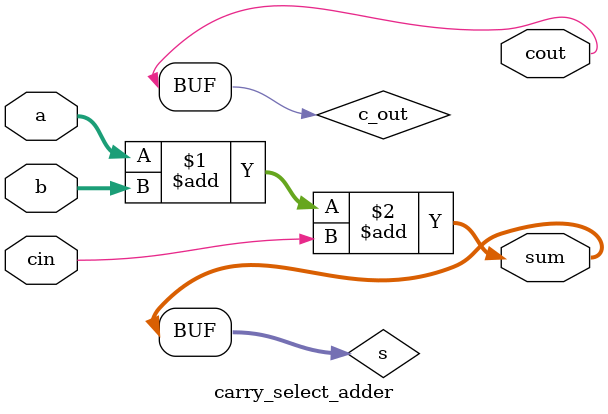
<source format=v>
module adder_16bit_csa(a, b, cin, sum, cout);
input [15:0] a, b;
input cin;
output [15:0] sum;
output cout;

wire [3:0] c1, c2, c3, c4;
wire [15:0] s1, s2, s3, s4;
wire c1_out, c2_out, c3_out, c4_out;



ripple_carry_adder ripple_carry_adder1(a[3:0], b[3:0], cin, c1);


carry_select_adder carry_select_adder1(a[7:4], b[7:4], c1, s1, c1_out);
carry_select_adder carry_select_adder2(a[11:8], b[11:8], c1_out, s2, c2_out);
carry_select_adder carry_select_adder3(a[15:12], b[15:12], c2_out, s3, c3_out);
carry_select_adder carry_select_adder4(a[15:12], b[15:12], c3_out, s4, c4_out);

assign sum = s1 + s2 + s3 + s4;
assign cout = c1_out | c2_out | c3_out | c4_out;

endmodule


module ripple_carry_adder(a, b, cin, cout);
input [3:0] a, b;
input cin;
output cout;

wire [3:0] s;
wire c_out;

assign s = a + b + cin;
assign cout = c_out;

endmodule


module carry_select_adder(a, b, cin, sum, cout);
input [3:0] a, b;
input cin;
output [3:0] sum;
output cout;

wire [3:0] s;
wire c_out;

assign s = a + b + cin;
assign sum = s;
assign cout = c_out;

endmodule
</source>
